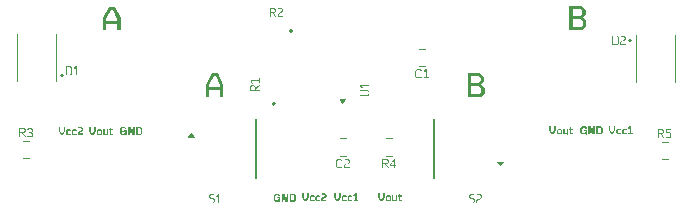
<source format=gto>
G04 #@! TF.GenerationSoftware,KiCad,Pcbnew,9.0.2*
G04 #@! TF.CreationDate,2025-06-25T23:25:14-06:00*
G04 #@! TF.ProjectId,TurnSignal,5475726e-5369-4676-9e61-6c2e6b696361,rev?*
G04 #@! TF.SameCoordinates,Original*
G04 #@! TF.FileFunction,Legend,Top*
G04 #@! TF.FilePolarity,Positive*
%FSLAX46Y46*%
G04 Gerber Fmt 4.6, Leading zero omitted, Abs format (unit mm)*
G04 Created by KiCad (PCBNEW 9.0.2) date 2025-06-25 23:25:14*
%MOMM*%
%LPD*%
G01*
G04 APERTURE LIST*
%ADD10C,0.300000*%
%ADD11C,0.120000*%
%ADD12C,0.100000*%
%ADD13C,0.200000*%
%ADD14C,0.127000*%
G04 APERTURE END LIST*
D10*
G36*
X112054284Y-96130910D02*
G01*
X112054284Y-97140000D01*
X111785495Y-97140000D01*
X111785495Y-96612679D01*
X110844794Y-96612679D01*
X110844794Y-97140000D01*
X110575882Y-97140000D01*
X110575882Y-96184155D01*
X110844794Y-96184155D01*
X110844794Y-96366238D01*
X111785495Y-96366238D01*
X111785495Y-96184155D01*
X111396294Y-95424926D01*
X111233872Y-95424926D01*
X110844794Y-96184155D01*
X110575882Y-96184155D01*
X110575882Y-96130910D01*
X111063147Y-95178241D01*
X111567142Y-95178241D01*
X112054284Y-96130910D01*
G37*
G36*
X151425882Y-95443206D02*
G01*
X151425882Y-95810792D01*
X151210338Y-96037815D01*
X151481936Y-96320771D01*
X151481936Y-96755157D01*
X151173946Y-97080000D01*
X150322759Y-97080000D01*
X150053970Y-97080000D01*
X150053970Y-96833681D01*
X150322759Y-96833681D01*
X151050725Y-96833681D01*
X151213147Y-96662711D01*
X151213147Y-96413217D01*
X151000289Y-96189002D01*
X150322759Y-96189002D01*
X150322759Y-96833681D01*
X150053970Y-96833681D01*
X150053970Y-95942683D01*
X150322759Y-95942683D01*
X150944357Y-95942683D01*
X151157093Y-95718224D01*
X151157093Y-95535896D01*
X150994672Y-95364682D01*
X150322759Y-95364682D01*
X150322759Y-95942683D01*
X150053970Y-95942683D01*
X150053970Y-95118241D01*
X150322759Y-95118241D01*
X151117892Y-95118241D01*
X151425882Y-95443206D01*
G37*
D11*
G36*
X148752347Y-105592005D02*
G01*
X148630830Y-105834312D01*
X148589669Y-105834312D01*
X148467169Y-105592005D01*
X148467169Y-105264384D01*
X148343686Y-105264384D01*
X148343686Y-105617523D01*
X148511236Y-105951000D01*
X148709220Y-105951000D01*
X148876770Y-105617523D01*
X148876770Y-105264384D01*
X148752347Y-105264384D01*
X148752347Y-105592005D01*
G37*
G36*
X149421438Y-105558367D02*
G01*
X149421438Y-105854017D01*
X149322446Y-105951000D01*
X149071591Y-105951000D01*
X148971616Y-105854017D01*
X148971616Y-105606367D01*
X149088260Y-105606367D01*
X149088260Y-105806017D01*
X149129378Y-105847135D01*
X149264616Y-105847135D01*
X149305777Y-105806017D01*
X149305777Y-105606367D01*
X149264616Y-105565248D01*
X149129378Y-105565248D01*
X149088260Y-105606367D01*
X148971616Y-105606367D01*
X148971616Y-105558367D01*
X149071591Y-105461341D01*
X149322446Y-105461341D01*
X149421438Y-105558367D01*
G37*
G36*
X149828517Y-105751178D02*
G01*
X149732475Y-105847135D01*
X149673661Y-105848118D01*
X149635450Y-105807983D01*
X149635450Y-105461341D01*
X149518848Y-105461341D01*
X149518848Y-105854017D01*
X149615874Y-105951000D01*
X149755000Y-105951000D01*
X149831467Y-105866754D01*
X149837322Y-105960830D01*
X149945119Y-105951000D01*
X149945119Y-105461341D01*
X149828517Y-105461341D01*
X149828517Y-105751178D01*
G37*
G36*
X150260430Y-105847135D02*
G01*
X150219269Y-105806017D01*
X150219269Y-105565248D01*
X150374125Y-105565248D01*
X150355490Y-105461341D01*
X150219269Y-105461341D01*
X150219269Y-105340979D01*
X150102668Y-105351664D01*
X150102668Y-105461341D01*
X150022312Y-105461341D01*
X150022312Y-105565248D01*
X150102668Y-105565248D01*
X150102668Y-105854017D01*
X150202600Y-105951000D01*
X150376049Y-105951000D01*
X150357456Y-105847135D01*
X150260430Y-105847135D01*
G37*
G36*
X107222347Y-105622005D02*
G01*
X107100830Y-105864312D01*
X107059669Y-105864312D01*
X106937169Y-105622005D01*
X106937169Y-105294384D01*
X106813686Y-105294384D01*
X106813686Y-105647523D01*
X106981236Y-105981000D01*
X107179220Y-105981000D01*
X107346770Y-105647523D01*
X107346770Y-105294384D01*
X107222347Y-105294384D01*
X107222347Y-105622005D01*
G37*
G36*
X107775777Y-105981000D02*
G01*
X107853226Y-105905559D01*
X107771887Y-105824306D01*
X107717989Y-105877135D01*
X107599378Y-105877135D01*
X107558260Y-105836017D01*
X107558260Y-105636367D01*
X107599378Y-105595248D01*
X107716023Y-105595248D01*
X107768938Y-105647138D01*
X107850277Y-105565842D01*
X107773853Y-105491341D01*
X107541591Y-105491341D01*
X107441616Y-105588367D01*
X107441616Y-105884017D01*
X107541591Y-105981000D01*
X107775777Y-105981000D01*
G37*
G36*
X108259280Y-105981000D02*
G01*
X108336729Y-105905559D01*
X108255390Y-105824306D01*
X108201492Y-105877135D01*
X108082882Y-105877135D01*
X108041763Y-105836017D01*
X108041763Y-105636367D01*
X108082882Y-105595248D01*
X108199526Y-105595248D01*
X108252441Y-105647138D01*
X108333780Y-105565842D01*
X108257356Y-105491341D01*
X108025094Y-105491341D01*
X107925119Y-105588367D01*
X107925119Y-105884017D01*
X108025094Y-105981000D01*
X108259280Y-105981000D01*
G37*
G36*
X108879388Y-105417653D02*
G01*
X108776464Y-105314772D01*
X108459913Y-105314772D01*
X108440337Y-105428424D01*
X108711795Y-105428424D01*
X108757828Y-105472535D01*
X108757828Y-105568534D01*
X108418752Y-105728220D01*
X108418752Y-105981000D01*
X108879388Y-105981000D01*
X108858786Y-105867347D01*
X108540312Y-105867347D01*
X108540312Y-105798745D01*
X108879388Y-105639060D01*
X108879388Y-105417653D01*
G37*
D10*
G36*
X142815882Y-101103206D02*
G01*
X142815882Y-101470792D01*
X142600338Y-101697815D01*
X142871936Y-101980771D01*
X142871936Y-102415157D01*
X142563946Y-102740000D01*
X141712759Y-102740000D01*
X141443970Y-102740000D01*
X141443970Y-102493681D01*
X141712759Y-102493681D01*
X142440725Y-102493681D01*
X142603147Y-102322711D01*
X142603147Y-102073217D01*
X142390289Y-101849002D01*
X141712759Y-101849002D01*
X141712759Y-102493681D01*
X141443970Y-102493681D01*
X141443970Y-101602683D01*
X141712759Y-101602683D01*
X142334357Y-101602683D01*
X142547093Y-101378224D01*
X142547093Y-101195896D01*
X142384672Y-101024682D01*
X141712759Y-101024682D01*
X141712759Y-101602683D01*
X141443970Y-101602683D01*
X141443970Y-100778241D01*
X141712759Y-100778241D01*
X142507892Y-100778241D01*
X142815882Y-101103206D01*
G37*
D11*
G36*
X109812347Y-105642005D02*
G01*
X109690830Y-105884312D01*
X109649669Y-105884312D01*
X109527169Y-105642005D01*
X109527169Y-105314384D01*
X109403686Y-105314384D01*
X109403686Y-105667523D01*
X109571236Y-106001000D01*
X109769220Y-106001000D01*
X109936770Y-105667523D01*
X109936770Y-105314384D01*
X109812347Y-105314384D01*
X109812347Y-105642005D01*
G37*
G36*
X110481438Y-105608367D02*
G01*
X110481438Y-105904017D01*
X110382446Y-106001000D01*
X110131591Y-106001000D01*
X110031616Y-105904017D01*
X110031616Y-105656367D01*
X110148260Y-105656367D01*
X110148260Y-105856017D01*
X110189378Y-105897135D01*
X110324616Y-105897135D01*
X110365777Y-105856017D01*
X110365777Y-105656367D01*
X110324616Y-105615248D01*
X110189378Y-105615248D01*
X110148260Y-105656367D01*
X110031616Y-105656367D01*
X110031616Y-105608367D01*
X110131591Y-105511341D01*
X110382446Y-105511341D01*
X110481438Y-105608367D01*
G37*
G36*
X110888517Y-105801178D02*
G01*
X110792475Y-105897135D01*
X110733661Y-105898118D01*
X110695450Y-105857983D01*
X110695450Y-105511341D01*
X110578848Y-105511341D01*
X110578848Y-105904017D01*
X110675874Y-106001000D01*
X110815000Y-106001000D01*
X110891467Y-105916754D01*
X110897322Y-106010830D01*
X111005119Y-106001000D01*
X111005119Y-105511341D01*
X110888517Y-105511341D01*
X110888517Y-105801178D01*
G37*
G36*
X111320430Y-105897135D02*
G01*
X111279269Y-105856017D01*
X111279269Y-105615248D01*
X111434125Y-105615248D01*
X111415490Y-105511341D01*
X111279269Y-105511341D01*
X111279269Y-105390979D01*
X111162668Y-105401664D01*
X111162668Y-105511341D01*
X111082312Y-105511341D01*
X111082312Y-105615248D01*
X111162668Y-105615248D01*
X111162668Y-105904017D01*
X111262600Y-106001000D01*
X111436049Y-106001000D01*
X111417456Y-105897135D01*
X111320430Y-105897135D01*
G37*
D10*
G36*
X120744284Y-101730910D02*
G01*
X120744284Y-102740000D01*
X120475495Y-102740000D01*
X120475495Y-102212679D01*
X119534794Y-102212679D01*
X119534794Y-102740000D01*
X119265882Y-102740000D01*
X119265882Y-101784155D01*
X119534794Y-101784155D01*
X119534794Y-101966238D01*
X120475495Y-101966238D01*
X120475495Y-101784155D01*
X120086294Y-101024926D01*
X119923872Y-101024926D01*
X119534794Y-101784155D01*
X119265882Y-101784155D01*
X119265882Y-101730910D01*
X119753147Y-100778241D01*
X120257142Y-100778241D01*
X120744284Y-101730910D01*
G37*
D11*
G36*
X125289033Y-111356505D02*
G01*
X125445855Y-111356505D01*
X125445855Y-111398607D01*
X125320406Y-111524398D01*
X125198889Y-111524398D01*
X125132254Y-111457036D01*
X125132254Y-111139160D01*
X125198889Y-111071028D01*
X125382169Y-111071028D01*
X125459576Y-111150016D01*
X125547753Y-111061240D01*
X125443889Y-110954384D01*
X125138152Y-110954384D01*
X125008770Y-111086843D01*
X125008770Y-111508797D01*
X125138152Y-111641000D01*
X125364516Y-111641000D01*
X125449788Y-111546923D01*
X125456626Y-111648864D01*
X125570321Y-111641000D01*
X125570321Y-111243836D01*
X125308652Y-111243836D01*
X125289033Y-111356505D01*
G37*
G36*
X126108877Y-111527262D02*
G01*
X126078487Y-111527262D01*
X125933462Y-110954384D01*
X125693377Y-110954384D01*
X125693377Y-111641000D01*
X125812928Y-111641000D01*
X125812928Y-111068207D01*
X125842335Y-111068207D01*
X125986377Y-111641000D01*
X126228428Y-111641000D01*
X126228428Y-110954384D01*
X126108877Y-110954384D01*
X126108877Y-111527262D01*
G37*
G36*
X126885722Y-111086715D02*
G01*
X126885722Y-111508711D01*
X126756340Y-111641000D01*
X126380035Y-111641000D01*
X126362383Y-111641000D01*
X126362383Y-111524398D01*
X126485866Y-111524398D01*
X126694620Y-111524398D01*
X126761256Y-111456694D01*
X126761256Y-111138732D01*
X126694620Y-111071028D01*
X126485866Y-111071028D01*
X126485866Y-111524398D01*
X126362383Y-111524398D01*
X126362383Y-110954384D01*
X126756340Y-110954384D01*
X126885722Y-111086715D01*
G37*
G36*
X134272347Y-111252005D02*
G01*
X134150830Y-111494312D01*
X134109669Y-111494312D01*
X133987169Y-111252005D01*
X133987169Y-110924384D01*
X133863686Y-110924384D01*
X133863686Y-111277523D01*
X134031236Y-111611000D01*
X134229220Y-111611000D01*
X134396770Y-111277523D01*
X134396770Y-110924384D01*
X134272347Y-110924384D01*
X134272347Y-111252005D01*
G37*
G36*
X134941438Y-111218367D02*
G01*
X134941438Y-111514017D01*
X134842446Y-111611000D01*
X134591591Y-111611000D01*
X134491616Y-111514017D01*
X134491616Y-111266367D01*
X134608260Y-111266367D01*
X134608260Y-111466017D01*
X134649378Y-111507135D01*
X134784616Y-111507135D01*
X134825777Y-111466017D01*
X134825777Y-111266367D01*
X134784616Y-111225248D01*
X134649378Y-111225248D01*
X134608260Y-111266367D01*
X134491616Y-111266367D01*
X134491616Y-111218367D01*
X134591591Y-111121341D01*
X134842446Y-111121341D01*
X134941438Y-111218367D01*
G37*
G36*
X135348517Y-111411178D02*
G01*
X135252475Y-111507135D01*
X135193661Y-111508118D01*
X135155450Y-111467983D01*
X135155450Y-111121341D01*
X135038848Y-111121341D01*
X135038848Y-111514017D01*
X135135874Y-111611000D01*
X135275000Y-111611000D01*
X135351467Y-111526754D01*
X135357322Y-111620830D01*
X135465119Y-111611000D01*
X135465119Y-111121341D01*
X135348517Y-111121341D01*
X135348517Y-111411178D01*
G37*
G36*
X135780430Y-111507135D02*
G01*
X135739269Y-111466017D01*
X135739269Y-111225248D01*
X135894125Y-111225248D01*
X135875490Y-111121341D01*
X135739269Y-111121341D01*
X135739269Y-111000979D01*
X135622668Y-111011664D01*
X135622668Y-111121341D01*
X135542312Y-111121341D01*
X135542312Y-111225248D01*
X135622668Y-111225248D01*
X135622668Y-111514017D01*
X135722600Y-111611000D01*
X135896049Y-111611000D01*
X135877456Y-111507135D01*
X135780430Y-111507135D01*
G37*
G36*
X151259033Y-105666505D02*
G01*
X151415855Y-105666505D01*
X151415855Y-105708607D01*
X151290406Y-105834398D01*
X151168889Y-105834398D01*
X151102254Y-105767036D01*
X151102254Y-105449160D01*
X151168889Y-105381028D01*
X151352169Y-105381028D01*
X151429576Y-105460016D01*
X151517753Y-105371240D01*
X151413889Y-105264384D01*
X151108152Y-105264384D01*
X150978770Y-105396843D01*
X150978770Y-105818797D01*
X151108152Y-105951000D01*
X151334516Y-105951000D01*
X151419788Y-105856923D01*
X151426626Y-105958864D01*
X151540321Y-105951000D01*
X151540321Y-105553836D01*
X151278652Y-105553836D01*
X151259033Y-105666505D01*
G37*
G36*
X152078877Y-105837262D02*
G01*
X152048487Y-105837262D01*
X151903462Y-105264384D01*
X151663377Y-105264384D01*
X151663377Y-105951000D01*
X151782928Y-105951000D01*
X151782928Y-105378207D01*
X151812335Y-105378207D01*
X151956377Y-105951000D01*
X152198428Y-105951000D01*
X152198428Y-105264384D01*
X152078877Y-105264384D01*
X152078877Y-105837262D01*
G37*
G36*
X152855722Y-105396715D02*
G01*
X152855722Y-105818711D01*
X152726340Y-105951000D01*
X152350035Y-105951000D01*
X152332383Y-105951000D01*
X152332383Y-105834398D01*
X152455866Y-105834398D01*
X152664620Y-105834398D01*
X152731256Y-105766694D01*
X152731256Y-105448732D01*
X152664620Y-105381028D01*
X152455866Y-105381028D01*
X152455866Y-105834398D01*
X152332383Y-105834398D01*
X152332383Y-105264384D01*
X152726340Y-105264384D01*
X152855722Y-105396715D01*
G37*
G36*
X112289033Y-105716505D02*
G01*
X112445855Y-105716505D01*
X112445855Y-105758607D01*
X112320406Y-105884398D01*
X112198889Y-105884398D01*
X112132254Y-105817036D01*
X112132254Y-105499160D01*
X112198889Y-105431028D01*
X112382169Y-105431028D01*
X112459576Y-105510016D01*
X112547753Y-105421240D01*
X112443889Y-105314384D01*
X112138152Y-105314384D01*
X112008770Y-105446843D01*
X112008770Y-105868797D01*
X112138152Y-106001000D01*
X112364516Y-106001000D01*
X112449788Y-105906923D01*
X112456626Y-106008864D01*
X112570321Y-106001000D01*
X112570321Y-105603836D01*
X112308652Y-105603836D01*
X112289033Y-105716505D01*
G37*
G36*
X113108877Y-105887262D02*
G01*
X113078487Y-105887262D01*
X112933462Y-105314384D01*
X112693377Y-105314384D01*
X112693377Y-106001000D01*
X112812928Y-106001000D01*
X112812928Y-105428207D01*
X112842335Y-105428207D01*
X112986377Y-106001000D01*
X113228428Y-106001000D01*
X113228428Y-105314384D01*
X113108877Y-105314384D01*
X113108877Y-105887262D01*
G37*
G36*
X113885722Y-105446715D02*
G01*
X113885722Y-105868711D01*
X113756340Y-106001000D01*
X113380035Y-106001000D01*
X113362383Y-106001000D01*
X113362383Y-105884398D01*
X113485866Y-105884398D01*
X113694620Y-105884398D01*
X113761256Y-105816694D01*
X113761256Y-105498732D01*
X113694620Y-105431028D01*
X113485866Y-105431028D01*
X113485866Y-105884398D01*
X113362383Y-105884398D01*
X113362383Y-105314384D01*
X113756340Y-105314384D01*
X113885722Y-105446715D01*
G37*
G36*
X127842347Y-111242005D02*
G01*
X127720830Y-111484312D01*
X127679669Y-111484312D01*
X127557169Y-111242005D01*
X127557169Y-110914384D01*
X127433686Y-110914384D01*
X127433686Y-111267523D01*
X127601236Y-111601000D01*
X127799220Y-111601000D01*
X127966770Y-111267523D01*
X127966770Y-110914384D01*
X127842347Y-110914384D01*
X127842347Y-111242005D01*
G37*
G36*
X128395777Y-111601000D02*
G01*
X128473226Y-111525559D01*
X128391887Y-111444306D01*
X128337989Y-111497135D01*
X128219378Y-111497135D01*
X128178260Y-111456017D01*
X128178260Y-111256367D01*
X128219378Y-111215248D01*
X128336023Y-111215248D01*
X128388938Y-111267138D01*
X128470277Y-111185842D01*
X128393853Y-111111341D01*
X128161591Y-111111341D01*
X128061616Y-111208367D01*
X128061616Y-111504017D01*
X128161591Y-111601000D01*
X128395777Y-111601000D01*
G37*
G36*
X128879280Y-111601000D02*
G01*
X128956729Y-111525559D01*
X128875390Y-111444306D01*
X128821492Y-111497135D01*
X128702882Y-111497135D01*
X128661763Y-111456017D01*
X128661763Y-111256367D01*
X128702882Y-111215248D01*
X128819526Y-111215248D01*
X128872441Y-111267138D01*
X128953780Y-111185842D01*
X128877356Y-111111341D01*
X128645094Y-111111341D01*
X128545119Y-111208367D01*
X128545119Y-111504017D01*
X128645094Y-111601000D01*
X128879280Y-111601000D01*
G37*
G36*
X129499388Y-111037653D02*
G01*
X129396464Y-110934772D01*
X129079913Y-110934772D01*
X129060337Y-111048424D01*
X129331795Y-111048424D01*
X129377828Y-111092535D01*
X129377828Y-111188534D01*
X129038752Y-111348220D01*
X129038752Y-111601000D01*
X129499388Y-111601000D01*
X129478786Y-111487347D01*
X129160312Y-111487347D01*
X129160312Y-111418745D01*
X129499388Y-111259060D01*
X129499388Y-111037653D01*
G37*
G36*
X130562347Y-111242005D02*
G01*
X130440830Y-111484312D01*
X130399669Y-111484312D01*
X130277169Y-111242005D01*
X130277169Y-110914384D01*
X130153686Y-110914384D01*
X130153686Y-111267523D01*
X130321236Y-111601000D01*
X130519220Y-111601000D01*
X130686770Y-111267523D01*
X130686770Y-110914384D01*
X130562347Y-110914384D01*
X130562347Y-111242005D01*
G37*
G36*
X131115777Y-111601000D02*
G01*
X131193226Y-111525559D01*
X131111887Y-111444306D01*
X131057989Y-111497135D01*
X130939378Y-111497135D01*
X130898260Y-111456017D01*
X130898260Y-111256367D01*
X130939378Y-111215248D01*
X131056023Y-111215248D01*
X131108938Y-111267138D01*
X131190277Y-111185842D01*
X131113853Y-111111341D01*
X130881591Y-111111341D01*
X130781616Y-111208367D01*
X130781616Y-111504017D01*
X130881591Y-111601000D01*
X131115777Y-111601000D01*
G37*
G36*
X131599280Y-111601000D02*
G01*
X131676729Y-111525559D01*
X131595390Y-111444306D01*
X131541492Y-111497135D01*
X131422882Y-111497135D01*
X131381763Y-111456017D01*
X131381763Y-111256367D01*
X131422882Y-111215248D01*
X131539526Y-111215248D01*
X131592441Y-111267138D01*
X131673780Y-111185842D01*
X131597356Y-111111341D01*
X131365094Y-111111341D01*
X131265119Y-111208367D01*
X131265119Y-111504017D01*
X131365094Y-111601000D01*
X131599280Y-111601000D01*
G37*
G36*
X132044913Y-111487347D02*
G01*
X132044913Y-110933533D01*
X131874413Y-110933533D01*
X131752896Y-111054323D01*
X131827354Y-111126985D01*
X131909676Y-111047441D01*
X131923396Y-111047441D01*
X131923396Y-111487347D01*
X131769566Y-111487347D01*
X131769566Y-111601000D01*
X132185066Y-111601000D01*
X132165447Y-111487347D01*
X132044913Y-111487347D01*
G37*
G36*
X153812347Y-105582005D02*
G01*
X153690830Y-105824312D01*
X153649669Y-105824312D01*
X153527169Y-105582005D01*
X153527169Y-105254384D01*
X153403686Y-105254384D01*
X153403686Y-105607523D01*
X153571236Y-105941000D01*
X153769220Y-105941000D01*
X153936770Y-105607523D01*
X153936770Y-105254384D01*
X153812347Y-105254384D01*
X153812347Y-105582005D01*
G37*
G36*
X154365777Y-105941000D02*
G01*
X154443226Y-105865559D01*
X154361887Y-105784306D01*
X154307989Y-105837135D01*
X154189378Y-105837135D01*
X154148260Y-105796017D01*
X154148260Y-105596367D01*
X154189378Y-105555248D01*
X154306023Y-105555248D01*
X154358938Y-105607138D01*
X154440277Y-105525842D01*
X154363853Y-105451341D01*
X154131591Y-105451341D01*
X154031616Y-105548367D01*
X154031616Y-105844017D01*
X154131591Y-105941000D01*
X154365777Y-105941000D01*
G37*
G36*
X154849280Y-105941000D02*
G01*
X154926729Y-105865559D01*
X154845390Y-105784306D01*
X154791492Y-105837135D01*
X154672882Y-105837135D01*
X154631763Y-105796017D01*
X154631763Y-105596367D01*
X154672882Y-105555248D01*
X154789526Y-105555248D01*
X154842441Y-105607138D01*
X154923780Y-105525842D01*
X154847356Y-105451341D01*
X154615094Y-105451341D01*
X154515119Y-105548367D01*
X154515119Y-105844017D01*
X154615094Y-105941000D01*
X154849280Y-105941000D01*
G37*
G36*
X155294913Y-105827347D02*
G01*
X155294913Y-105273533D01*
X155124413Y-105273533D01*
X155002896Y-105394323D01*
X155077354Y-105466985D01*
X155159676Y-105387441D01*
X155173396Y-105387441D01*
X155173396Y-105827347D01*
X155019566Y-105827347D01*
X155019566Y-105941000D01*
X155435066Y-105941000D01*
X155415447Y-105827347D01*
X155294913Y-105827347D01*
G37*
D12*
G36*
X123832000Y-101846935D02*
G01*
X123481853Y-102064214D01*
X123481853Y-102218770D01*
X123832000Y-102218770D01*
X123832000Y-102296049D01*
X123047296Y-102296049D01*
X123047296Y-102218770D01*
X123047296Y-101920843D01*
X123120129Y-101920843D01*
X123120129Y-102218770D01*
X123410192Y-102218770D01*
X123410192Y-101941017D01*
X123303800Y-101840194D01*
X123204100Y-101840194D01*
X123120129Y-101920843D01*
X123047296Y-101920843D01*
X123047296Y-101886112D01*
X123177233Y-101762916D01*
X123330667Y-101762916D01*
X123481853Y-101906286D01*
X123481853Y-101974625D01*
X123832000Y-101753976D01*
X123832000Y-101846935D01*
G37*
G36*
X123759215Y-101366754D02*
G01*
X123069180Y-101366754D01*
X123069180Y-101510075D01*
X123202732Y-101642260D01*
X123253193Y-101591848D01*
X123142111Y-101476468D01*
X123142111Y-101444032D01*
X123759215Y-101444032D01*
X123759215Y-101629950D01*
X123832000Y-101629950D01*
X123832000Y-101187528D01*
X123759215Y-101199838D01*
X123759215Y-101366754D01*
G37*
G36*
X134741981Y-108147233D02*
G01*
X134741981Y-108300667D01*
X134598611Y-108451853D01*
X134530272Y-108451853D01*
X134750921Y-108802000D01*
X134657962Y-108802000D01*
X134440683Y-108451853D01*
X134286127Y-108451853D01*
X134286127Y-108802000D01*
X134208848Y-108802000D01*
X134208848Y-108380192D01*
X134286127Y-108380192D01*
X134563880Y-108380192D01*
X134664703Y-108273800D01*
X134664703Y-108174100D01*
X134584054Y-108090129D01*
X134286127Y-108090129D01*
X134286127Y-108380192D01*
X134208848Y-108380192D01*
X134208848Y-108017296D01*
X134286127Y-108017296D01*
X134618785Y-108017296D01*
X134741981Y-108147233D01*
G37*
G36*
X135311751Y-108520876D02*
G01*
X135405833Y-108520876D01*
X135419267Y-108592537D01*
X135311751Y-108592537D01*
X135311751Y-108802000D01*
X135233349Y-108802000D01*
X135233349Y-108592537D01*
X134864884Y-108592537D01*
X134864884Y-108520876D01*
X134952226Y-108520876D01*
X135233349Y-108520876D01*
X135233349Y-108112160D01*
X135205359Y-108112160D01*
X134952226Y-108520876D01*
X134864884Y-108520876D01*
X134864884Y-108514135D01*
X135165059Y-108039180D01*
X135311751Y-108039180D01*
X135311751Y-108520876D01*
G37*
G36*
X119585074Y-111181050D02*
G01*
X119683650Y-111080129D01*
X119977083Y-111080129D01*
X119964774Y-111007296D01*
X119650042Y-111007296D01*
X119506672Y-111147394D01*
X119506672Y-111324568D01*
X119942352Y-111506187D01*
X119942352Y-111612725D01*
X119842701Y-111719215D01*
X119511166Y-111719215D01*
X119498856Y-111792000D01*
X119878507Y-111792000D01*
X120020754Y-111640715D01*
X120020754Y-111455726D01*
X119585074Y-111274107D01*
X119585074Y-111181050D01*
G37*
G36*
X120413545Y-111719215D02*
G01*
X120413545Y-111029180D01*
X120270224Y-111029180D01*
X120138039Y-111162732D01*
X120188451Y-111213193D01*
X120303832Y-111102111D01*
X120336267Y-111102111D01*
X120336267Y-111719215D01*
X120150349Y-111719215D01*
X120150349Y-111792000D01*
X120592771Y-111792000D01*
X120580461Y-111719215D01*
X120413545Y-111719215D01*
G37*
G36*
X137572847Y-101086619D02*
G01*
X137517990Y-101035035D01*
X137430649Y-101129215D01*
X137180886Y-101129215D01*
X137082310Y-101023849D01*
X137082310Y-100595545D01*
X137180886Y-100490129D01*
X137421661Y-100490129D01*
X137510125Y-100584309D01*
X137563908Y-100532725D01*
X137457515Y-100417296D01*
X137145031Y-100417296D01*
X137005031Y-100568629D01*
X137005031Y-101050715D01*
X137145031Y-101202000D01*
X137465331Y-101202000D01*
X137572847Y-101086619D01*
G37*
G36*
X137975359Y-101129215D02*
G01*
X137975359Y-100439180D01*
X137832037Y-100439180D01*
X137699853Y-100572732D01*
X137750265Y-100623193D01*
X137865645Y-100512111D01*
X137898081Y-100512111D01*
X137898081Y-101129215D01*
X137712163Y-101129215D01*
X137712163Y-101202000D01*
X138154585Y-101202000D01*
X138142275Y-101129215D01*
X137975359Y-101129215D01*
G37*
G36*
X104004877Y-105517233D02*
G01*
X104004877Y-105670667D01*
X103861507Y-105821853D01*
X103793168Y-105821853D01*
X104013817Y-106172000D01*
X103920858Y-106172000D01*
X103703579Y-105821853D01*
X103549023Y-105821853D01*
X103549023Y-106172000D01*
X103471744Y-106172000D01*
X103471744Y-105750192D01*
X103549023Y-105750192D01*
X103826776Y-105750192D01*
X103927599Y-105643800D01*
X103927599Y-105544100D01*
X103846950Y-105460129D01*
X103549023Y-105460129D01*
X103549023Y-105750192D01*
X103471744Y-105750192D01*
X103471744Y-105387296D01*
X103549023Y-105387296D01*
X103881681Y-105387296D01*
X104004877Y-105517233D01*
G37*
G36*
X104632923Y-105705300D02*
G01*
X104632923Y-105528908D01*
X104514173Y-105411427D01*
X104222986Y-105411427D01*
X104140090Y-105494274D01*
X104193873Y-105546738D01*
X104257718Y-105484212D01*
X104480565Y-105484212D01*
X104554521Y-105556801D01*
X104554521Y-105677408D01*
X104480565Y-105749948D01*
X104310327Y-105749948D01*
X104310327Y-105822781D01*
X104487306Y-105822781D01*
X104561214Y-105895517D01*
X104561214Y-106026480D01*
X104487306Y-106099215D01*
X104250976Y-106099215D01*
X104187131Y-106036542D01*
X104133398Y-106089152D01*
X104216245Y-106172000D01*
X104520914Y-106172000D01*
X104639616Y-106054470D01*
X104639616Y-105867526D01*
X104554521Y-105782432D01*
X104632923Y-105705300D01*
G37*
G36*
X141593029Y-111181050D02*
G01*
X141691605Y-111080129D01*
X141985038Y-111080129D01*
X141972729Y-111007296D01*
X141657997Y-111007296D01*
X141514627Y-111147394D01*
X141514627Y-111324568D01*
X141950307Y-111506187D01*
X141950307Y-111612725D01*
X141850656Y-111719215D01*
X141519121Y-111719215D01*
X141506811Y-111792000D01*
X141886462Y-111792000D01*
X142028709Y-111640715D01*
X142028709Y-111455726D01*
X141593029Y-111274107D01*
X141593029Y-111181050D01*
G37*
G36*
X142644396Y-111148957D02*
G01*
X142526818Y-111031427D01*
X142187467Y-111031427D01*
X142173985Y-111104212D01*
X142492087Y-111104212D01*
X142567118Y-111176898D01*
X142567118Y-111330087D01*
X142153859Y-111531392D01*
X142153859Y-111792000D01*
X142644396Y-111792000D01*
X142632087Y-111719215D01*
X142232261Y-111719215D01*
X142232261Y-111574965D01*
X142644396Y-111373709D01*
X142644396Y-111148957D01*
G37*
G36*
X125215038Y-95347233D02*
G01*
X125215038Y-95500667D01*
X125071668Y-95651853D01*
X125003329Y-95651853D01*
X125223978Y-96002000D01*
X125131019Y-96002000D01*
X124913740Y-95651853D01*
X124759184Y-95651853D01*
X124759184Y-96002000D01*
X124681905Y-96002000D01*
X124681905Y-95580192D01*
X124759184Y-95580192D01*
X125036937Y-95580192D01*
X125137760Y-95473800D01*
X125137760Y-95374100D01*
X125057111Y-95290129D01*
X124759184Y-95290129D01*
X124759184Y-95580192D01*
X124681905Y-95580192D01*
X124681905Y-95217296D01*
X124759184Y-95217296D01*
X125091842Y-95217296D01*
X125215038Y-95347233D01*
G37*
G36*
X125834096Y-95358957D02*
G01*
X125716518Y-95241427D01*
X125377167Y-95241427D01*
X125363685Y-95314212D01*
X125681786Y-95314212D01*
X125756818Y-95386898D01*
X125756818Y-95540087D01*
X125343559Y-95741392D01*
X125343559Y-96002000D01*
X125834096Y-96002000D01*
X125821786Y-95929215D01*
X125421961Y-95929215D01*
X125421961Y-95784965D01*
X125834096Y-95583709D01*
X125834096Y-95358957D01*
G37*
G36*
X158067382Y-105597233D02*
G01*
X158067382Y-105750667D01*
X157924012Y-105901853D01*
X157855673Y-105901853D01*
X158076322Y-106252000D01*
X157983363Y-106252000D01*
X157766084Y-105901853D01*
X157611528Y-105901853D01*
X157611528Y-106252000D01*
X157534249Y-106252000D01*
X157534249Y-105830192D01*
X157611528Y-105830192D01*
X157889281Y-105830192D01*
X157990104Y-105723800D01*
X157990104Y-105624100D01*
X157909455Y-105540129D01*
X157611528Y-105540129D01*
X157611528Y-105830192D01*
X157534249Y-105830192D01*
X157534249Y-105467296D01*
X157611528Y-105467296D01*
X157944186Y-105467296D01*
X158067382Y-105597233D01*
G37*
G36*
X158304542Y-105786180D02*
G01*
X158304542Y-105564212D01*
X158643893Y-105564212D01*
X158630460Y-105491427D01*
X158226140Y-105491427D01*
X158226140Y-105859013D01*
X158527389Y-105859013D01*
X158602470Y-105933165D01*
X158602470Y-106106187D01*
X158527389Y-106179215D01*
X158313481Y-106179215D01*
X158249636Y-106116298D01*
X158195903Y-106169103D01*
X158278750Y-106252000D01*
X158562121Y-106252000D01*
X158679748Y-106134274D01*
X158679748Y-105905077D01*
X158562121Y-105786180D01*
X158304542Y-105786180D01*
G37*
G36*
X107964019Y-100318629D02*
G01*
X107964019Y-100800715D01*
X107820649Y-100952000D01*
X107404019Y-100952000D01*
X107404019Y-100879215D01*
X107481298Y-100879215D01*
X107785917Y-100879215D01*
X107886741Y-100772725D01*
X107886741Y-100346619D01*
X107785917Y-100240129D01*
X107481298Y-100240129D01*
X107481298Y-100879215D01*
X107404019Y-100879215D01*
X107404019Y-100167296D01*
X107820649Y-100167296D01*
X107964019Y-100318629D01*
G37*
G36*
X108373175Y-100879215D02*
G01*
X108373175Y-100189180D01*
X108229853Y-100189180D01*
X108097669Y-100322732D01*
X108148081Y-100373193D01*
X108263461Y-100262111D01*
X108295896Y-100262111D01*
X108295896Y-100879215D01*
X108109979Y-100879215D01*
X108109979Y-100952000D01*
X108552400Y-100952000D01*
X108540090Y-100879215D01*
X108373175Y-100879215D01*
G37*
G36*
X130840803Y-108676619D02*
G01*
X130785946Y-108625035D01*
X130698605Y-108719215D01*
X130448842Y-108719215D01*
X130350266Y-108613849D01*
X130350266Y-108185545D01*
X130448842Y-108080129D01*
X130689617Y-108080129D01*
X130778081Y-108174309D01*
X130831864Y-108122725D01*
X130725471Y-108007296D01*
X130412987Y-108007296D01*
X130272987Y-108158629D01*
X130272987Y-108640715D01*
X130412987Y-108792000D01*
X130733287Y-108792000D01*
X130840803Y-108676619D01*
G37*
G36*
X131466211Y-108148957D02*
G01*
X131348633Y-108031427D01*
X131009282Y-108031427D01*
X130995799Y-108104212D01*
X131313901Y-108104212D01*
X131388933Y-108176898D01*
X131388933Y-108330087D01*
X130975674Y-108531392D01*
X130975674Y-108792000D01*
X131466211Y-108792000D01*
X131453901Y-108719215D01*
X131054076Y-108719215D01*
X131054076Y-108574965D01*
X131466211Y-108373709D01*
X131466211Y-108148957D01*
G37*
G36*
X132970764Y-102167915D02*
G01*
X132337296Y-102167915D01*
X132337296Y-102245193D01*
X132942725Y-102245193D01*
X133049215Y-102346017D01*
X133049215Y-102547566D01*
X132942725Y-102648389D01*
X132337296Y-102648389D01*
X132337296Y-102725668D01*
X132970764Y-102725668D01*
X133122000Y-102582297D01*
X133122000Y-102311285D01*
X132970764Y-102167915D01*
G37*
G36*
X133049215Y-101747133D02*
G01*
X132359180Y-101747133D01*
X132359180Y-101890455D01*
X132492732Y-102022639D01*
X132543193Y-101972228D01*
X132432111Y-101856847D01*
X132432111Y-101824412D01*
X133049215Y-101824412D01*
X133049215Y-102010329D01*
X133122000Y-102010329D01*
X133122000Y-101567908D01*
X133049215Y-101580218D01*
X133049215Y-101747133D01*
G37*
G36*
X154231975Y-97728629D02*
G01*
X154231975Y-98210715D01*
X154088605Y-98362000D01*
X153671975Y-98362000D01*
X153671975Y-98289215D01*
X153749254Y-98289215D01*
X154053873Y-98289215D01*
X154154697Y-98182725D01*
X154154697Y-97756619D01*
X154053873Y-97650129D01*
X153749254Y-97650129D01*
X153749254Y-98289215D01*
X153671975Y-98289215D01*
X153671975Y-97577296D01*
X154088605Y-97577296D01*
X154231975Y-97728629D01*
G37*
G36*
X154864027Y-97718957D02*
G01*
X154746448Y-97601427D01*
X154407097Y-97601427D01*
X154393615Y-97674212D01*
X154711717Y-97674212D01*
X154786748Y-97746898D01*
X154786748Y-97900087D01*
X154373489Y-98101392D01*
X154373489Y-98362000D01*
X154864027Y-98362000D01*
X154851717Y-98289215D01*
X154451891Y-98289215D01*
X154451891Y-98144965D01*
X154864027Y-97943709D01*
X154864027Y-97718957D01*
G37*
D13*
X125110000Y-103339999D02*
G75*
G02*
X124910000Y-103339999I-100000J0D01*
G01*
X124910000Y-103339999D02*
G75*
G02*
X125110000Y-103339999I100000J0D01*
G01*
D11*
X134506248Y-106289999D02*
X135028752Y-106289999D01*
X134506248Y-107759999D02*
X135028752Y-107759999D01*
D14*
X123540000Y-104610000D02*
X123540000Y-109660000D01*
D11*
X118230000Y-106140000D02*
X117750000Y-106140000D01*
X117990000Y-105810000D01*
X118230000Y-106140000D01*
G36*
X118230000Y-106140000D02*
G01*
X117750000Y-106140000D01*
X117990000Y-105810000D01*
X118230000Y-106140000D01*
G37*
X137306248Y-98695000D02*
X137828752Y-98695000D01*
X137306248Y-100165000D02*
X137828752Y-100165000D01*
X104308751Y-106515000D02*
X103786247Y-106515000D01*
X104308751Y-107985000D02*
X103786247Y-107985000D01*
D14*
X138600000Y-109680000D02*
X138600000Y-104630000D01*
D11*
X144150000Y-108580000D02*
X143910000Y-108250000D01*
X144390000Y-108250000D01*
X144150000Y-108580000D01*
G36*
X144150000Y-108580000D02*
G01*
X143910000Y-108250000D01*
X144390000Y-108250000D01*
X144150000Y-108580000D01*
G37*
D13*
X126570000Y-97200000D02*
G75*
G02*
X126370000Y-97200000I-100000J0D01*
G01*
X126370000Y-97200000D02*
G75*
G02*
X126570000Y-97200000I100000J0D01*
G01*
D11*
X157851248Y-106570000D02*
X158373752Y-106570000D01*
X157851248Y-108040000D02*
X158373752Y-108040000D01*
X103295000Y-101440000D02*
X103295000Y-97490000D01*
X106595000Y-101440000D02*
X106595000Y-97490000D01*
D13*
X107195000Y-100965000D02*
G75*
G02*
X106995000Y-100965000I-100000J0D01*
G01*
X106995000Y-100965000D02*
G75*
G02*
X107195000Y-100965000I100000J0D01*
G01*
D11*
X131113752Y-106289999D02*
X130591248Y-106289999D01*
X131113752Y-107759999D02*
X130591248Y-107759999D01*
X130830000Y-103254999D02*
X130590000Y-102924999D01*
X131070000Y-102924999D01*
X130830000Y-103254999D01*
G36*
X130830000Y-103254999D02*
G01*
X130590000Y-102924999D01*
X131070000Y-102924999D01*
X130830000Y-103254999D01*
G37*
X155674999Y-97525000D02*
X155674999Y-101475000D01*
X158974999Y-97525000D02*
X158974999Y-101475000D01*
D13*
X155274999Y-98000000D02*
G75*
G02*
X155074999Y-98000000I-100000J0D01*
G01*
X155074999Y-98000000D02*
G75*
G02*
X155274999Y-98000000I100000J0D01*
G01*
M02*

</source>
